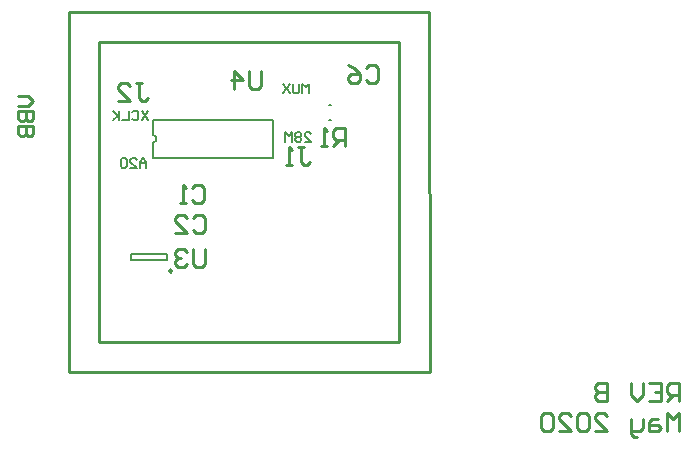
<source format=gbo>
G04 Layer_Color=13813960*
%FSLAX24Y24*%
%MOIN*%
G70*
G01*
G75*
%ADD15C,0.0100*%
%ADD26C,0.0060*%
%ADD39C,0.0079*%
%ADD40C,0.0098*%
D15*
X37850Y40750D02*
X38850Y40750D01*
X38900Y28750D01*
X27850Y29750D02*
Y39750D01*
Y29750D02*
X37850D01*
Y39750D01*
X27850D02*
X37850D01*
X26850Y40750D02*
X37850Y40750D01*
X26850Y28750D02*
Y40750D01*
Y28750D02*
X38900D01*
X36050Y36300D02*
Y36900D01*
X35750D01*
X35650Y36800D01*
Y36600D01*
X35750Y36500D01*
X36050D01*
X35850D02*
X35650Y36300D01*
X35450D02*
X35250D01*
X35350D01*
Y36900D01*
X35450Y36800D01*
X31000Y33900D02*
X31100Y34000D01*
X31300D01*
X31400Y33900D01*
Y33500D01*
X31300Y33400D01*
X31100D01*
X31000Y33500D01*
X30400Y33400D02*
X30800D01*
X30400Y33800D01*
Y33900D01*
X30500Y34000D01*
X30700D01*
X30800Y33900D01*
X30960Y34900D02*
X31060Y35000D01*
X31260D01*
X31360Y34900D01*
Y34500D01*
X31260Y34400D01*
X31060D01*
X30960Y34500D01*
X30760Y34400D02*
X30560D01*
X30660D01*
Y35000D01*
X30760Y34900D01*
X25160Y37960D02*
X25493D01*
X25660Y37793D01*
X25493Y37627D01*
X25160D01*
Y37460D02*
X25660D01*
Y37210D01*
X25577Y37127D01*
X25493D01*
X25410Y37210D01*
Y37460D01*
Y37210D01*
X25327Y37127D01*
X25243D01*
X25160Y37210D01*
Y37460D01*
Y36960D02*
X25660D01*
Y36710D01*
X25577Y36627D01*
X25493D01*
X25410Y36710D01*
Y36960D01*
Y36710D01*
X25327Y36627D01*
X25243D01*
X25160Y36710D01*
Y36960D01*
X31400Y32850D02*
Y32350D01*
X31300Y32250D01*
X31100D01*
X31000Y32350D01*
Y32850D01*
X30800Y32750D02*
X30700Y32850D01*
X30500D01*
X30400Y32750D01*
Y32650D01*
X30500Y32550D01*
X30600D01*
X30500D01*
X30400Y32450D01*
Y32350D01*
X30500Y32250D01*
X30700D01*
X30800Y32350D01*
X33250Y38780D02*
Y38280D01*
X33150Y38180D01*
X32950D01*
X32850Y38280D01*
Y38780D01*
X32350Y38180D02*
Y38780D01*
X32650Y38480D01*
X32250D01*
X34500Y36250D02*
X34700D01*
X34600D01*
Y35750D01*
X34700Y35650D01*
X34800D01*
X34900Y35750D01*
X34300Y35650D02*
X34100D01*
X34200D01*
Y36250D01*
X34300Y36150D01*
X29100Y38400D02*
X29300D01*
X29200D01*
Y37900D01*
X29300Y37800D01*
X29400D01*
X29500Y37900D01*
X28500Y37800D02*
X28900D01*
X28500Y38200D01*
Y38300D01*
X28600Y38400D01*
X28800D01*
X28900Y38300D01*
X36750Y38900D02*
X36850Y39000D01*
X37050D01*
X37150Y38900D01*
Y38500D01*
X37050Y38400D01*
X36850D01*
X36750Y38500D01*
X36150Y39000D02*
X36350Y38900D01*
X36550Y38700D01*
Y38500D01*
X36450Y38400D01*
X36250D01*
X36150Y38500D01*
Y38600D01*
X36250Y38700D01*
X36550D01*
X47200Y27800D02*
Y28400D01*
X46900D01*
X46800Y28300D01*
Y28100D01*
X46900Y28000D01*
X47200D01*
X47000D02*
X46800Y27800D01*
X46200Y28400D02*
X46600D01*
Y27800D01*
X46200D01*
X46600Y28100D02*
X46400D01*
X46000Y28400D02*
Y28000D01*
X45800Y27800D01*
X45601Y28000D01*
Y28400D01*
X44801D02*
Y27800D01*
X44501D01*
X44401Y27900D01*
Y28000D01*
X44501Y28100D01*
X44801D01*
X44501D01*
X44401Y28200D01*
Y28300D01*
X44501Y28400D01*
X44801D01*
X47200Y26800D02*
Y27400D01*
X47000Y27200D01*
X46800Y27400D01*
Y26800D01*
X46500Y27200D02*
X46300D01*
X46200Y27100D01*
Y26800D01*
X46500D01*
X46600Y26900D01*
X46500Y27000D01*
X46200D01*
X46000Y27200D02*
Y26900D01*
X45900Y26800D01*
X45601D01*
Y26700D01*
X45700Y26600D01*
X45800D01*
X45601Y26800D02*
Y27200D01*
X44401Y26800D02*
X44801D01*
X44401Y27200D01*
Y27300D01*
X44501Y27400D01*
X44701D01*
X44801Y27300D01*
X44201D02*
X44101Y27400D01*
X43901D01*
X43801Y27300D01*
Y26900D01*
X43901Y26800D01*
X44101D01*
X44201Y26900D01*
Y27300D01*
X43201Y26800D02*
X43601D01*
X43201Y27200D01*
Y27300D01*
X43301Y27400D01*
X43501D01*
X43601Y27300D01*
X43001D02*
X42901Y27400D01*
X42701D01*
X42601Y27300D01*
Y26900D01*
X42701Y26800D01*
X42901D01*
X43001Y26900D01*
Y27300D01*
D26*
X34707Y36430D02*
X34920D01*
X34707Y36643D01*
Y36697D01*
X34760Y36750D01*
X34867D01*
X34920Y36697D01*
X34600D02*
X34547Y36750D01*
X34440D01*
X34387Y36697D01*
Y36643D01*
X34440Y36590D01*
X34387Y36537D01*
Y36483D01*
X34440Y36430D01*
X34547D01*
X34600Y36483D01*
Y36537D01*
X34547Y36590D01*
X34600Y36643D01*
Y36697D01*
X34547Y36590D02*
X34440D01*
X34280Y36430D02*
Y36750D01*
X34174Y36643D01*
X34067Y36750D01*
Y36430D01*
X34850Y38050D02*
Y38370D01*
X34743Y38263D01*
X34637Y38370D01*
Y38050D01*
X34530Y38370D02*
Y38103D01*
X34477Y38050D01*
X34370D01*
X34317Y38103D01*
Y38370D01*
X34210D02*
X33997Y38050D01*
Y38370D02*
X34210Y38050D01*
X29430Y35560D02*
Y35773D01*
X29323Y35880D01*
X29217Y35773D01*
Y35560D01*
Y35720D01*
X29430D01*
X28897Y35560D02*
X29110D01*
X28897Y35773D01*
Y35827D01*
X28950Y35880D01*
X29057D01*
X29110Y35827D01*
X28790D02*
X28737Y35880D01*
X28630D01*
X28577Y35827D01*
Y35613D01*
X28630Y35560D01*
X28737D01*
X28790Y35613D01*
Y35827D01*
X29490Y37470D02*
X29277Y37150D01*
Y37470D02*
X29490Y37150D01*
X28957Y37417D02*
X29010Y37470D01*
X29117D01*
X29170Y37417D01*
Y37203D01*
X29117Y37150D01*
X29010D01*
X28957Y37203D01*
X28850Y37470D02*
Y37150D01*
X28637D01*
X28530Y37470D02*
Y37150D01*
Y37257D01*
X28317Y37470D01*
X28477Y37310D01*
X28317Y37150D01*
D39*
X29650Y36412D02*
G03*
X29650Y36662I0J125D01*
G01*
X35511Y37154D02*
X35589D01*
X35511Y37646D02*
X35589D01*
X29650Y36662D02*
Y37150D01*
Y35900D02*
Y36412D01*
Y35900D02*
X33650D01*
Y37150D01*
X29650D02*
X33650D01*
X30121Y32502D02*
Y32698D01*
X28939Y32502D02*
Y32698D01*
Y32502D02*
X30121D01*
X28939Y32698D02*
X30121D01*
D40*
X30298Y32128D02*
G03*
X30298Y32128I-49J0D01*
G01*
M02*

</source>
